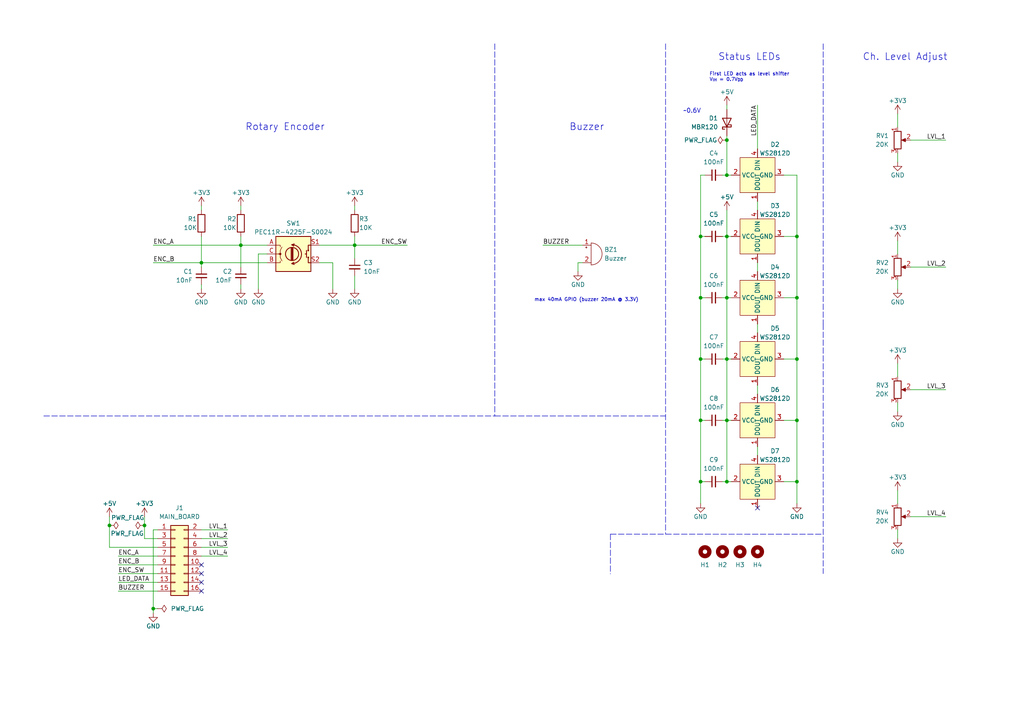
<source format=kicad_sch>
(kicad_sch (version 20211123) (generator eeschema)
  (paper "A4")
  (title_block (title "SW-3240: Front Panel") (date "2022-04-23") (rev "1") (company "saawsm") (comment 4 "Front panel IO for the SW-3240"))
  (lib_symbols
    (symbol "Connector_Generic:Conn_02x08_Odd_Even" (pin_names (offset 1.016) hide)
      (property "Reference" "J" (at 1.27 10.16 0))
      (property "Value" "Conn_02x08_Odd_Even" (at 1.27 -12.7 0))
      (symbol "Conn_02x08_Odd_Even_1_1"
        (rectangle (start -1.27 -10.033) (end 0 -10.287) (stroke (width 0.1524)))
        (rectangle (start -1.27 -7.493) (end 0 -7.747) (stroke (width 0.1524)))
        (rectangle (start -1.27 -4.953) (end 0 -5.207) (stroke (width 0.1524)))
        (rectangle (start -1.27 -2.413) (end 0 -2.667) (stroke (width 0.1524)))
        (rectangle (start -1.27 0.127) (end 0 -0.127) (stroke (width 0.1524)))
        (rectangle (start -1.27 2.667) (end 0 2.413) (stroke (width 0.1524)))
        (rectangle (start -1.27 5.207) (end 0 4.953) (stroke (width 0.1524)))
        (rectangle (start -1.27 7.747) (end 0 7.493) (stroke (width 0.1524)))
        (rectangle (start -1.27 8.89) (end 3.81 -11.43) (stroke (width 0.254)) (fill (type background)))
        (rectangle (start 3.81 -10.033) (end 2.54 -10.287) (stroke (width 0.1524)))
        (rectangle (start 3.81 -7.493) (end 2.54 -7.747) (stroke (width 0.1524)))
        (rectangle (start 3.81 -4.953) (end 2.54 -5.207) (stroke (width 0.1524)))
        (rectangle (start 3.81 -2.413) (end 2.54 -2.667) (stroke (width 0.1524)))
        (rectangle (start 3.81 0.127) (end 2.54 -0.127) (stroke (width 0.1524)))
        (rectangle (start 3.81 2.667) (end 2.54 2.413) (stroke (width 0.1524)))
        (rectangle (start 3.81 5.207) (end 2.54 4.953) (stroke (width 0.1524)))
        (rectangle (start 3.81 7.747) (end 2.54 7.493) (stroke (width 0.1524)))
        (pin passive line (at -5.08 7.62 0) (length 3.81) (name "Pin_1") (number "1"))
        (pin passive line (at 7.62 -2.54 180) (length 3.81) (name "Pin_10") (number "10"))
        (pin passive line (at -5.08 -5.08 0) (length 3.81) (name "Pin_11") (number "11"))
        (pin passive line (at 7.62 -5.08 180) (length 3.81) (name "Pin_12") (number "12"))
        (pin passive line (at -5.08 -7.62 0) (length 3.81) (name "Pin_13") (number "13"))
        (pin passive line (at 7.62 -7.62 180) (length 3.81) (name "Pin_14") (number "14"))
        (pin passive line (at -5.08 -10.16 0) (length 3.81) (name "Pin_15") (number "15"))
        (pin passive line (at 7.62 -10.16 180) (length 3.81) (name "Pin_16") (number "16"))
        (pin passive line (at 7.62 7.62 180) (length 3.81) (name "Pin_2") (number "2"))
        (pin passive line (at -5.08 5.08 0) (length 3.81) (name "Pin_3") (number "3"))
        (pin passive line (at 7.62 5.08 180) (length 3.81) (name "Pin_4") (number "4"))
        (pin passive line (at -5.08 2.54 0) (length 3.81) (name "Pin_5") (number "5"))
        (pin passive line (at 7.62 2.54 180) (length 3.81) (name "Pin_6") (number "6"))
        (pin passive line (at -5.08 0 0) (length 3.81) (name "Pin_7") (number "7"))
        (pin passive line (at 7.62 0 180) (length 3.81) (name "Pin_8") (number "8"))
        (pin passive line (at -5.08 -2.54 0) (length 3.81) (name "Pin_9") (number "9"))
      )
    )
    (symbol "Device:Buzzer" (pin_names (offset 0.0254) hide)
      (property "Reference" "BZ" (at 3.81 1.27 0))
      (property "Value" "Buzzer" (at 3.81 -1.27 0))
      (symbol "Buzzer_0_1"
        (arc (start 0 -3.175) (mid 3.175 0) (end 0 3.175))
        (polyline (pts (xy -1.651 1.905) (xy -1.143 1.905)))
        (polyline (pts (xy -1.397 2.159) (xy -1.397 1.651)))
        (polyline (pts (xy 0 3.175) (xy 0 -3.175)))
      )
      (symbol "Buzzer_1_1"
        (pin passive line (at -2.54 2.54 0) (length 2.54) (name "-") (number "1"))
        (pin passive line (at -2.54 -2.54 0) (length 2.54) (name "+") (number "2"))
      )
    )
    (symbol "Device:C_Small" (pin_numbers hide) (pin_names (offset 0.254) hide)
      (property "Reference" "C" (at 0.254 1.778 0))
      (property "Value" "C_Small" (at 0.254 -2.032 0))
      (symbol "C_Small_0_1"
        (polyline (pts (xy -1.524 -0.508) (xy 1.524 -0.508)) (stroke (width 0.3302)))
        (polyline (pts (xy -1.524 0.508) (xy 1.524 0.508)) (stroke (width 0.3048)))
      )
      (symbol "C_Small_1_1"
        (pin passive line (at 0 2.54 270) (length 2.032) (name "~") (number "1"))
        (pin passive line (at 0 -2.54 90) (length 2.032) (name "~") (number "2"))
      )
    )
    (symbol "Device:D_Schottky" (pin_numbers hide) (pin_names (offset 1.016) hide)
      (property "Reference" "D" (at 0 2.54 0))
      (property "Value" "D_Schottky" (at 0 -2.54 0))
      (symbol "D_Schottky_0_1"
        (polyline (pts (xy 1.27 0) (xy -1.27 0)))
        (polyline (pts (xy 1.27 1.27) (xy 1.27 -1.27) (xy -1.27 0) (xy 1.27 1.27)) (stroke (width 0.254)))
        (polyline (pts (xy -1.905 0.635) (xy -1.905 1.27) (xy -1.27 1.27) (xy -1.27 -1.27) (xy -0.635 -1.27) (xy -0.635 -0.635)) (stroke (width 0.254)))
      )
      (symbol "D_Schottky_1_1"
        (pin passive line (at -3.81 0 0) (length 2.54) (name "K") (number "1"))
        (pin passive line (at 3.81 0 180) (length 2.54) (name "A") (number "2"))
      )
    )
    (symbol "Device:R" (pin_numbers hide) (pin_names (offset 0))
      (property "Reference" "R" (at 2.032 0 90))
      (property "Value" "R" (at 0 0 90))
      (symbol "R_0_1"
        (rectangle (start -1.016 -2.54) (end 1.016 2.54) (stroke (width 0.254)))
      )
      (symbol "R_1_1"
        (pin passive line (at 0 3.81 270) (length 1.27) (name "~") (number "1"))
        (pin passive line (at 0 -3.81 90) (length 1.27) (name "~") (number "2"))
      )
    )
    (symbol "Device:R_Potentiometer" (pin_names (offset 1.016) hide)
      (property "Reference" "RV" (at -4.445 0 90))
      (property "Value" "R_Potentiometer" (at -2.54 0 90))
      (symbol "R_Potentiometer_0_1"
        (polyline (pts (xy 2.54 0) (xy 1.524 0)))
        (polyline (pts (xy 1.143 0) (xy 2.286 0.508) (xy 2.286 -0.508) (xy 1.143 0)) (fill (type outline)))
        (rectangle (start 1.016 2.54) (end -1.016 -2.54) (stroke (width 0.254)))
      )
      (symbol "R_Potentiometer_1_1"
        (pin passive line (at 0 3.81 270) (length 1.27) (name "1") (number "1"))
        (pin passive line (at 3.81 0 180) (length 1.27) (name "2") (number "2"))
        (pin passive line (at 0 -3.81 90) (length 1.27) (name "3") (number "3"))
      )
    )
    (symbol "Device:RotaryEncoder_Switch" (pin_names (offset 0.254) hide)
      (property "Reference" "SW" (at 0 6.604 0))
      (property "Value" "RotaryEncoder_Switch" (at 0 -6.604 0))
      (symbol "RotaryEncoder_Switch_0_1"
        (rectangle (start -5.08 5.08) (end 5.08 -5.08) (stroke (width 0.254)) (fill (type background)))
        (circle (center -3.81 0) (radius 0.254) (fill (type outline)))
        (arc (start -0.381 -2.794) (mid 2.3622 -0.0635) (end -0.381 2.667) (stroke (width 0.254)))
        (circle (center -0.381 0) (radius 1.905) (stroke (width 0.254)))
        (polyline (pts (xy -0.635 -1.778) (xy -0.635 1.778)) (stroke (width 0.254)))
        (polyline (pts (xy -0.381 -1.778) (xy -0.381 1.778)) (stroke (width 0.254)))
        (polyline (pts (xy -0.127 1.778) (xy -0.127 -1.778)) (stroke (width 0.254)))
        (polyline (pts (xy 3.81 0) (xy 3.429 0)) (stroke (width 0.254)))
        (polyline (pts (xy 3.81 1.016) (xy 3.81 -1.016)) (stroke (width 0.254)))
        (polyline (pts (xy -5.08 -2.54) (xy -3.81 -2.54) (xy -3.81 -2.032)))
        (polyline (pts (xy -5.08 2.54) (xy -3.81 2.54) (xy -3.81 2.032)))
        (polyline (pts (xy 0.254 -3.048) (xy -0.508 -2.794) (xy 0.127 -2.413)) (stroke (width 0.254)))
        (polyline (pts (xy 0.254 2.921) (xy -0.508 2.667) (xy 0.127 2.286)) (stroke (width 0.254)))
        (polyline (pts (xy 5.08 -2.54) (xy 4.318 -2.54) (xy 4.318 -1.016)) (stroke (width 0.254)))
        (polyline (pts (xy 5.08 2.54) (xy 4.318 2.54) (xy 4.318 1.016)) (stroke (width 0.254)))
        (polyline (pts (xy -5.08 0) (xy -3.81 0) (xy -3.81 -1.016) (xy -3.302 -2.032)))
        (polyline (pts (xy -4.318 0) (xy -3.81 0) (xy -3.81 1.016) (xy -3.302 2.032)))
        (circle (center 4.318 -1.016) (radius 0.127) (stroke (width 0.254)))
        (circle (center 4.318 1.016) (radius 0.127) (stroke (width 0.254)))
      )
      (symbol "RotaryEncoder_Switch_1_1"
        (pin passive line (at -7.62 2.54 0) (length 2.54) (name "A") (number "A"))
        (pin passive line (at -7.62 -2.54 0) (length 2.54) (name "B") (number "B"))
        (pin passive line (at -7.62 0 0) (length 2.54) (name "C") (number "C"))
        (pin passive line (at 7.62 2.54 180) (length 2.54) (name "S1") (number "S1"))
        (pin passive line (at 7.62 -2.54 180) (length 2.54) (name "S2") (number "S2"))
      )
    )
    (symbol "Mechanical:MountingHole" (pin_names (offset 1.016))
      (property "Reference" "H" (at 0 5.08 0))
      (property "Value" "MountingHole" (at 0 3.175 0))
      (symbol "MountingHole_0_1"
        (circle (center 0 0) (radius 1.27) (stroke (width 1.27)))
      )
    )
    (symbol "SaawLib:WS2812D"
      (property "Reference" "U" (at 2.54 8.89 0))
      (property "Value" "WS2812D" (at 6.35 6.35 0))
      (symbol "WS2812D_0_1"
        (rectangle (start -5.08 5.08) (end 5.08 -5.08) (fill (type background)))
      )
      (symbol "WS2812D_1_1"
        (pin output line (at 0 -7.62 90) (length 2.54) (name "DOUT") (number "1"))
        (pin power_in line (at -7.62 0 0) (length 2.54) (name "VCC") (number "2"))
        (pin power_in line (at 7.62 0 180) (length 2.54) (name "GND") (number "3"))
        (pin input line (at 0 7.62 270) (length 2.54) (name "DIN") (number "4"))
      )
    )
    (symbol "power:+3.3V" (power) (pin_names (offset 0))
      (property "Value" "+3.3V" (at 0 3.556 0))
      (symbol "+3.3V_0_1"
        (polyline (pts (xy -0.762 1.27) (xy 0 2.54)))
        (polyline (pts (xy 0 0) (xy 0 2.54)))
        (polyline (pts (xy 0 2.54) (xy 0.762 1.27)))
      )
      (symbol "+3.3V_1_1"
        (pin power_in line (at 0 0 90) (length 0) hide (name "+3V3") (number "1"))
      )
    )
    (symbol "power:+5V" (power) (pin_names (offset 0))
      (property "Value" "+5V" (at 0 3.556 0))
      (symbol "+5V_0_1"
        (polyline (pts (xy -0.762 1.27) (xy 0 2.54)))
        (polyline (pts (xy 0 0) (xy 0 2.54)))
        (polyline (pts (xy 0 2.54) (xy 0.762 1.27)))
      )
      (symbol "+5V_1_1"
        (pin power_in line (at 0 0 90) (length 0) hide (name "+5V") (number "1"))
      )
    )
    (symbol "power:GND" (power) (pin_names (offset 0))
      (property "Value" "GND" (at 0 -3.81 0))
      (symbol "GND_0_1"
        (polyline (pts (xy 0 0) (xy 0 -1.27) (xy 1.27 -1.27) (xy 0 -2.54) (xy -1.27 -1.27) (xy 0 -1.27)))
      )
      (symbol "GND_1_1"
        (pin power_in line (at 0 0 270) (length 0) hide (name "GND") (number "1"))
      )
    )
    (symbol "power:PWR_FLAG" (power) (pin_numbers hide) (pin_names (offset 0) hide)
      (property "Value" "PWR_FLAG" (at 0 3.81 0))
      (symbol "PWR_FLAG_0_0"
        (pin power_out line (at 0 0 90) (length 0) (name "pwr") (number "1"))
      )
      (symbol "PWR_FLAG_0_1"
        (polyline (pts (xy 0 0) (xy 0 1.27) (xy -1.016 1.905) (xy 0 2.54) (xy 1.016 1.905) (xy 0 1.27)))
      )
    )
  )
  (junction (at 231.14 86.36))
  (junction (at 210.82 104.14))
  (junction (at 231.14 121.92))
  (junction (at 210.82 139.7))
  (junction (at 210.82 121.92))
  (junction (at 203.2 68.58))
  (junction (at 203.2 86.36))
  (junction (at 44.45 176.53))
  (junction (at 231.14 104.14))
  (junction (at 69.85 71.12))
  (junction (at 41.91 152.4))
  (junction (at 231.14 68.58))
  (junction (at 231.14 139.7))
  (junction (at 203.2 104.14))
  (junction (at 31.75 152.4))
  (junction (at 210.82 50.8))
  (junction (at 203.2 121.92))
  (junction (at 210.82 40.64))
  (junction (at 210.82 68.58))
  (junction (at 203.2 139.7))
  (junction (at 102.87 71.12))
  (junction (at 210.82 86.36))
  (junction (at 58.42 76.2))
  (no_connect (at 58.42 163.83))
  (no_connect (at 58.42 168.91))
  (no_connect (at 58.42 166.37))
  (no_connect (at 219.71 147.32))
  (no_connect (at 58.42 171.45))
  (wire (pts (xy 69.85 71.12) (xy 77.47 71.12)))
  (wire (pts (xy 210.82 30.48) (xy 210.82 31.75)))
  (wire (pts (xy 210.82 121.92) (xy 212.09 121.92)))
  (wire (pts (xy 260.35 153.67) (xy 260.35 156.21)))
  (wire (pts (xy 210.82 50.8) (xy 212.09 50.8)))
  (wire (pts (xy 219.71 93.98) (xy 219.71 96.52)))
  (wire (pts (xy 58.42 59.69) (xy 58.42 60.96)))
  (wire (pts (xy 260.35 142.24) (xy 260.35 146.05)))
  (wire (pts (xy 157.48 71.12) (xy 168.91 71.12)))
  (wire (pts (xy 264.16 40.64) (xy 274.32 40.64)))
  (wire (pts (xy 58.42 76.2) (xy 58.42 77.47)))
  (wire (pts (xy 227.33 86.36) (xy 231.14 86.36)))
  (wire (pts (xy 58.42 156.21) (xy 66.04 156.21)))
  (wire (pts (xy 210.82 68.58) (xy 210.82 86.36)))
  (wire (pts (xy 34.29 163.83) (xy 45.72 163.83)))
  (wire (pts (xy 204.47 50.8) (xy 203.2 50.8)))
  (wire (pts (xy 260.35 44.45) (xy 260.35 46.99)))
  (wire (pts (xy 212.09 139.7) (xy 210.82 139.7)))
  (wire (pts (xy 264.16 113.03) (xy 274.32 113.03)))
  (polyline (pts (xy 12.7 120.65) (xy 143.51 120.65)))
  (wire (pts (xy 31.75 152.4) (xy 31.75 149.86)))
  (wire (pts (xy 209.55 86.36) (xy 210.82 86.36)))
  (wire (pts (xy 231.14 86.36) (xy 231.14 104.14)))
  (wire (pts (xy 203.2 121.92) (xy 203.2 139.7)))
  (wire (pts (xy 58.42 68.58) (xy 58.42 76.2)))
  (wire (pts (xy 34.29 168.91) (xy 45.72 168.91)))
  (wire (pts (xy 58.42 158.75) (xy 66.04 158.75)))
  (wire (pts (xy 231.14 104.14) (xy 227.33 104.14)))
  (wire (pts (xy 260.35 105.41) (xy 260.35 109.22)))
  (wire (pts (xy 231.14 104.14) (xy 231.14 121.92)))
  (wire (pts (xy 102.87 74.93) (xy 102.87 71.12)))
  (wire (pts (xy 203.2 104.14) (xy 204.47 104.14)))
  (wire (pts (xy 260.35 69.85) (xy 260.35 73.66)))
  (wire (pts (xy 69.85 82.55) (xy 69.85 83.82)))
  (wire (pts (xy 44.45 76.2) (xy 58.42 76.2)))
  (wire (pts (xy 203.2 121.92) (xy 204.47 121.92)))
  (wire (pts (xy 44.45 71.12) (xy 69.85 71.12)))
  (wire (pts (xy 102.87 68.58) (xy 102.87 71.12)))
  (polyline (pts (xy 143.51 120.65) (xy 193.04 120.65)))
  (wire (pts (xy 34.29 166.37) (xy 45.72 166.37)))
  (wire (pts (xy 210.82 104.14) (xy 210.82 121.92)))
  (wire (pts (xy 210.82 39.37) (xy 210.82 40.64)))
  (wire (pts (xy 102.87 59.69) (xy 102.87 60.96)))
  (wire (pts (xy 203.2 50.8) (xy 203.2 68.58)))
  (wire (pts (xy 209.55 121.92) (xy 210.82 121.92)))
  (wire (pts (xy 227.33 139.7) (xy 231.14 139.7)))
  (wire (pts (xy 219.71 58.42) (xy 219.71 60.96)))
  (wire (pts (xy 34.29 171.45) (xy 45.72 171.45)))
  (wire (pts (xy 44.45 176.53) (xy 44.45 177.8)))
  (wire (pts (xy 58.42 76.2) (xy 77.47 76.2)))
  (wire (pts (xy 210.82 104.14) (xy 212.09 104.14)))
  (wire (pts (xy 219.71 111.76) (xy 219.71 114.3)))
  (polyline (pts (xy 177.0557 154.9295) (xy 238.76 154.94)))
  (wire (pts (xy 69.85 68.58) (xy 69.85 71.12)))
  (wire (pts (xy 58.42 82.55) (xy 58.42 83.82)))
  (wire (pts (xy 69.85 59.69) (xy 69.85 60.96)))
  (wire (pts (xy 58.42 153.67) (xy 66.04 153.67)))
  (wire (pts (xy 74.93 73.66) (xy 74.93 83.82)))
  (wire (pts (xy 203.2 104.14) (xy 203.2 121.92)))
  (wire (pts (xy 92.71 71.12) (xy 102.87 71.12)))
  (wire (pts (xy 209.55 68.58) (xy 210.82 68.58)))
  (wire (pts (xy 260.35 33.02) (xy 260.35 36.83)))
  (wire (pts (xy 41.91 156.21) (xy 45.72 156.21)))
  (wire (pts (xy 102.87 80.01) (xy 102.87 83.82)))
  (wire (pts (xy 34.29 161.29) (xy 45.72 161.29)))
  (wire (pts (xy 219.71 30.48) (xy 219.71 43.18)))
  (wire (pts (xy 102.87 71.12) (xy 118.11 71.12)))
  (wire (pts (xy 260.35 81.28) (xy 260.35 83.82)))
  (wire (pts (xy 210.82 40.64) (xy 210.82 50.8)))
  (wire (pts (xy 210.82 139.7) (xy 210.82 121.92)))
  (wire (pts (xy 212.09 86.36) (xy 210.82 86.36)))
  (wire (pts (xy 44.45 153.67) (xy 45.72 153.67)))
  (wire (pts (xy 209.55 139.7) (xy 210.82 139.7)))
  (wire (pts (xy 167.64 76.2) (xy 168.91 76.2)))
  (wire (pts (xy 231.14 50.8) (xy 231.14 68.58)))
  (wire (pts (xy 231.14 139.7) (xy 231.14 146.05)))
  (wire (pts (xy 45.72 158.75) (xy 31.75 158.75)))
  (wire (pts (xy 209.55 104.14) (xy 210.82 104.14)))
  (wire (pts (xy 31.75 158.75) (xy 31.75 152.4)))
  (wire (pts (xy 219.71 129.54) (xy 219.71 132.08)))
  (wire (pts (xy 203.2 68.58) (xy 204.47 68.58)))
  (wire (pts (xy 210.82 86.36) (xy 210.82 104.14)))
  (polyline (pts (xy 238.76 93.98) (xy 238.76 166.37)))
  (wire (pts (xy 41.91 152.4) (xy 41.91 156.21)))
  (wire (pts (xy 77.47 73.66) (xy 74.93 73.66)))
  (wire (pts (xy 210.82 68.58) (xy 212.09 68.58)))
  (wire (pts (xy 210.82 60.96) (xy 210.82 68.58)))
  (wire (pts (xy 264.16 149.86) (xy 274.32 149.86)))
  (wire (pts (xy 203.2 139.7) (xy 203.2 146.05)))
  (wire (pts (xy 219.71 76.2) (xy 219.71 78.74)))
  (polyline (pts (xy 143.51 12.7) (xy 143.51 120.65)))
  (wire (pts (xy 231.14 139.7) (xy 231.14 121.92)))
  (wire (pts (xy 203.2 68.58) (xy 203.2 86.36)))
  (wire (pts (xy 260.35 116.84) (xy 260.35 119.38)))
  (wire (pts (xy 69.85 77.47) (xy 69.85 71.12)))
  (wire (pts (xy 41.91 149.86) (xy 41.91 152.4)))
  (wire (pts (xy 45.72 176.53) (xy 44.45 176.53)))
  (wire (pts (xy 167.64 76.2) (xy 167.64 78.74)))
  (wire (pts (xy 209.55 50.8) (xy 210.82 50.8)))
  (wire (pts (xy 44.45 153.67) (xy 44.45 176.53)))
  (wire (pts (xy 231.14 68.58) (xy 231.14 86.36)))
  (wire (pts (xy 58.42 161.29) (xy 66.04 161.29)))
  (wire (pts (xy 203.2 86.36) (xy 203.2 104.14)))
  (polyline (pts (xy 238.76 12.7) (xy 238.76 93.98)))
  (wire (pts (xy 203.2 139.7) (xy 204.47 139.7)))
  (wire (pts (xy 96.52 83.82) (xy 96.52 76.2)))
  (wire (pts (xy 231.14 68.58) (xy 227.33 68.58)))
  (polyline (pts (xy 193.04 12.7) (xy 193.04 154.94)))
  (polyline (pts (xy 177.0557 154.9295) (xy 177.0504 166.4636)))
  (wire (pts (xy 231.14 121.92) (xy 227.33 121.92)))
  (wire (pts (xy 203.2 86.36) (xy 204.47 86.36)))
  (wire (pts (xy 96.52 76.2) (xy 92.71 76.2)))
  (wire (pts (xy 227.33 50.8) (xy 231.14 50.8)))
  (wire (pts (xy 264.16 77.47) (xy 274.32 77.47)))
  (text "Status LEDs" (at 208.28 17.78 0) (effects (font (size 2 2)) (justify left bottom)))
  (text "~0.6V" (at 198.12 33.02 0) (effects (font (size 1.27 1.27)) (justify left bottom)))
  (text "Rotary Encoder" (at 71.12 38.1 0) (effects (font (size 2 2)) (justify left bottom)))
  (text "Ch. Level Adjust" (at 250.19 17.78 0) (effects (font (size 2 2)) (justify left bottom)))
  (text "Buzzer" (at 165.1 38.1 0) (effects (font (size 2 2)) (justify left bottom)))
  (text "First LED acts as level shifter\nV_{IH} = 0.7V_{DD}\n\n" (at 205.74 25.4 0) (effects (font (size 1 1)) (justify left bottom)))
  (text "max 40mA GPIO (buzzer 20mA @ 3.3V)" (at 154.94 87.63 0) (effects (font (size 1 1)) (justify left bottom)))
  (label "ENC_A" (at 44.45 71.12 0))
  (label "ENC_SW" (at 118.11 71.12 180))
  (label "LVL_2" (at 66.04 156.21 180))
  (label "ENC_B" (at 34.29 163.83 0))
  (label "LVL_4" (at 66.04 161.29 180))
  (label "LED_DATA" (at 34.29 168.91 0))
  (label "LVL_4" (at 274.32 149.86 180))
  (label "LVL_2" (at 274.32 77.47 180))
  (label "BUZZER" (at 157.48 71.12 0))
  (label "ENC_SW" (at 34.29 166.37 0))
  (label "LVL_1" (at 274.32 40.64 180))
  (label "BUZZER" (at 34.29 171.45 0))
  (label "LVL_3" (at 66.04 158.75 180))
  (label "ENC_B" (at 44.45 76.2 0))
  (label "LVL_3" (at 274.32 113.03 180))
  (label "LVL_1" (at 66.04 153.67 180))
  (label "LED_DATA" (at 219.71 30.48 270))
  (label "ENC_A" (at 34.29 161.29 0))
  (symbol (lib_id "power:GND") (at 203.2 146.05 0) (unit 1)
    (property "Reference" "#PWR013" (effects hide))
    (property "Value" "GND" (at 203.2 149.86 0))
  )
  (symbol (lib_id "Device:C_Small") (at 207.01 50.8 90) (unit 1)
    (property "Reference" "C4" (at 207.0163 44.45 90))
    (property "Value" "100nF" (at 207.0163 46.99 90))
    (property "Footprint" "Capacitor_SMD:C_0603_1608Metric" (effects hide))
    (property "LCSC" "C1591" (effects hide))
    (property "MOUSER" "187-CL10B104KB8NNNC" (effects hide))
    (property "MPN" "CL10B104KB8NNNC" (effects hide))
  )
  (symbol (lib_id "power:GND") (at 102.87 83.82 0) (unit 1)
    (property "Reference" "#PWR011" (effects hide))
    (property "Value" "GND" (at 102.87 87.63 0))
  )
  (symbol (lib_id "power:+5V") (at 210.82 60.96 0) (unit 1)
    (property "Reference" "#PWR015" (effects hide))
    (property "Value" "+5V" (at 210.82 57.15 0))
  )
  (symbol (lib_id "power:GND") (at 260.35 46.99 0) (unit 1)
    (property "Reference" "#PWR018" (effects hide))
    (property "Value" "GND" (at 260.35 50.8 0))
  )
  (symbol (lib_id "power:GND") (at 74.93 83.82 0) (unit 1)
    (property "Reference" "#PWR08" (effects hide))
    (property "Value" "GND" (at 74.93 87.63 0))
  )
  (symbol (lib_id "power:GND") (at 167.64 78.74 0) (unit 1)
    (property "Reference" "#PWR012" (effects hide))
    (property "Value" "GND" (at 167.64 82.55 0))
  )
  (symbol (lib_id "SaawLib:WS2812D") (at 219.71 121.92 0) (unit 1)
    (property "Reference" "D6" (at 224.79 113.03 0))
    (property "Value" "WS2812D" (at 224.79 115.57 0))
    (property "Footprint" "SaawLib:WS2812D-F5" (effects hide))
    (property "MPN" "WS2812D-F5" (effects hide))
    (property "LCSC" "C190565" (effects hide))
  )
  (symbol (lib_id "power:+3.3V") (at 41.91 149.86 0) (unit 1)
    (property "Reference" "#PWR02" (effects hide))
    (property "Value" "+3.3V" (at 41.91 146.05 0))
  )
  (symbol (lib_id "Device:R_Potentiometer") (at 260.35 149.86 0) (unit 1)
    (property "Reference" "RV4" (at 257.81 148.5899 0) (effects (justify right)))
    (property "Value" "20K" (at 257.81 151.1299 0) (effects (justify right)))
    (property "Footprint" "Potentiometer_THT:Potentiometer_Bourns_PTV09A-1_Single_Vertical" (effects hide))
    (property "MPN" "PTV09A-40xxS-A203" (effects hide))
  )
  (symbol (lib_id "power:+3.3V") (at 260.35 142.24 0) (unit 1)
    (property "Reference" "#PWR023" (effects hide))
    (property "Value" "+3.3V" (at 260.35 138.43 0))
  )
  (symbol (lib_id "power:GND") (at 58.42 83.82 0) (unit 1)
    (property "Reference" "#PWR05" (effects hide))
    (property "Value" "GND" (at 58.42 87.63 0))
  )
  (symbol (lib_id "power:+3.3V") (at 102.87 59.69 0) (unit 1)
    (property "Reference" "#PWR010" (effects hide))
    (property "Value" "+3.3V" (at 102.87 55.88 0))
  )
  (symbol (lib_id "power:+3.3V") (at 69.85 59.69 0) (unit 1)
    (property "Reference" "#PWR06" (effects hide))
    (property "Value" "+3.3V" (at 69.85 55.88 0))
  )
  (symbol (lib_id "Connector_Generic:Conn_02x08_Odd_Even") (at 50.8 161.29 0) (unit 1)
    (property "Reference" "J1" (at 52.07 147.32 0))
    (property "Value" "MAIN_BOARD" (at 52.07 149.86 0))
    (property "Footprint" "Connector_PinHeader_2.54mm:PinHeader_2x08_P2.54mm_Vertical" (effects hide))
  )
  (symbol (lib_id "Mechanical:MountingHole") (at 209.55 160.02 0) (unit 1) (in_bom no)
    (property "Reference" "H2" (at 209.55 163.83 0))
    (property "Value" "MountingHole" (effects hide))
    (property "Footprint" "MountingHole:MountingHole_2.2mm_M2" (effects hide))
  )
  (symbol (lib_id "power:GND") (at 260.35 156.21 0) (unit 1)
    (property "Reference" "#PWR024" (effects hide))
    (property "Value" "GND" (at 260.35 160.02 0))
  )
  (symbol (lib_id "Mechanical:MountingHole") (at 204.47 160.02 0) (unit 1) (in_bom no)
    (property "Reference" "H1" (at 204.47 163.83 0))
    (property "Value" "MountingHole" (effects hide))
    (property "Footprint" "MountingHole:MountingHole_2.2mm_M2" (effects hide))
  )
  (symbol (lib_id "power:PWR_FLAG") (at 45.72 176.53 270) (unit 1)
    (property "Reference" "#FLG03" (effects hide))
    (property "Value" "PWR_FLAG" (at 49.53 176.53 90) (effects (justify left)))
  )
  (symbol (lib_id "Device:R") (at 102.87 64.77 0) (mirror y) (unit 1)
    (property "Reference" "R3" (at 104.14 63.5 0) (effects (justify right)))
    (property "Value" "10K" (at 104.14 66.04 0) (effects (justify right)))
    (property "Footprint" "Resistor_SMD:R_0603_1608Metric" (effects hide))
    (property "LCSC" "C98220" (effects hide))
    (property "MOUSER" "603-RC0603FR-0710KL" (effects hide))
    (property "MPN" "RC0603FR-0710KL" (effects hide))
  )
  (symbol (lib_id "power:GND") (at 44.45 177.8 0) (unit 1)
    (property "Reference" "#PWR03" (effects hide))
    (property "Value" "GND" (at 44.45 181.61 0))
  )
  (symbol (lib_id "power:+3.3V") (at 58.42 59.69 0) (unit 1)
    (property "Reference" "#PWR04" (effects hide))
    (property "Value" "+3.3V" (at 58.42 55.88 0))
  )
  (symbol (lib_id "power:+5V") (at 210.82 30.48 0) (unit 1)
    (property "Reference" "#PWR014" (effects hide))
    (property "Value" "+5V" (at 210.82 26.67 0))
  )
  (symbol (lib_id "power:PWR_FLAG") (at 31.75 152.4 270) (unit 1)
    (property "Reference" "#FLG01" (effects hide))
    (property "Value" "PWR_FLAG" (at 32.0762 154.7344 90) (effects (justify left)))
  )
  (symbol (lib_id "power:+3.3V") (at 260.35 33.02 0) (unit 1)
    (property "Reference" "#PWR017" (effects hide))
    (property "Value" "+3.3V" (at 260.35 29.21 0))
  )
  (symbol (lib_id "SaawLib:WS2812D") (at 219.71 104.14 0) (unit 1)
    (property "Reference" "D5" (at 224.79 95.25 0))
    (property "Value" "WS2812D" (at 224.79 97.79 0))
    (property "Footprint" "SaawLib:WS2812D-F5" (effects hide))
    (property "MPN" "WS2812D-F5" (effects hide))
    (property "LCSC" "C190565" (effects hide))
  )
  (symbol (lib_id "SaawLib:WS2812D") (at 219.71 68.58 0) (unit 1)
    (property "Reference" "D3" (at 224.79 59.69 0))
    (property "Value" "WS2812D" (at 224.79 62.23 0))
    (property "Footprint" "SaawLib:WS2812D-F5" (effects hide))
    (property "MPN" "WS2812D-F5" (effects hide))
    (property "LCSC" "C190565" (effects hide))
  )
  (symbol (lib_id "power:GND") (at 69.85 83.82 0) (unit 1)
    (property "Reference" "#PWR07" (effects hide))
    (property "Value" "GND" (at 69.85 87.63 0))
  )
  (symbol (lib_id "Mechanical:MountingHole") (at 214.63 160.02 0) (unit 1) (in_bom no)
    (property "Reference" "H3" (at 214.63 163.83 0))
    (property "Value" "MountingHole" (effects hide))
    (property "Footprint" "MountingHole:MountingHole_2.2mm_M2" (effects hide))
  )
  (symbol (lib_id "Device:Buzzer") (at 171.45 73.66 0) (unit 1)
    (property "Reference" "BZ1" (at 175.26 72.3899 0) (effects (justify left)))
    (property "Value" "Buzzer" (at 175.26 74.93 0) (effects (justify left)))
    (property "Footprint" "Buzzer_Beeper:Buzzer_12x9.5RM7.6" (effects hide))
    (property "MOUSER" "497-IE122303-1" (effects hide))
    (property "MPN" "IE122303-1" (effects hide))
  )
  (symbol (lib_id "Device:C_Small") (at 58.42 80.01 0) (mirror y) (unit 1)
    (property "Reference" "C1" (at 55.88 78.7462 0) (effects (justify left)))
    (property "Value" "10nF" (at 55.88 81.2862 0) (effects (justify left)))
    (property "Footprint" "Capacitor_SMD:C_0603_1608Metric" (effects hide))
    (property "LCSC" "C1589" (effects hide))
    (property "MOUSER" "187-CL10B103KB8NNNC" (effects hide))
    (property "MPN" "CL10B103KB8NNNC" (effects hide))
  )
  (symbol (lib_id "power:PWR_FLAG") (at 210.82 40.64 90) (unit 1)
    (property "Reference" "#FLG04" (effects hide))
    (property "Value" "PWR_FLAG" (at 203.2 40.64 90))
  )
  (symbol (lib_id "Mechanical:MountingHole") (at 219.71 160.02 0) (unit 1) (in_bom no)
    (property "Reference" "H4" (at 219.71 163.83 0))
    (property "Value" "MountingHole" (effects hide))
    (property "Footprint" "MountingHole:MountingHole_2.2mm_M2" (effects hide))
  )
  (symbol (lib_id "Device:C_Small") (at 207.01 68.58 90) (unit 1)
    (property "Reference" "C5" (at 207.0163 62.23 90))
    (property "Value" "100nF" (at 207.0163 64.77 90))
    (property "Footprint" "Capacitor_SMD:C_0603_1608Metric" (effects hide))
    (property "LCSC" "C1591" (effects hide))
    (property "MOUSER" "187-CL10B104KB8NNNC" (effects hide))
    (property "MPN" "CL10B104KB8NNNC" (effects hide))
  )
  (symbol (lib_id "Device:RotaryEncoder_Switch") (at 85.09 73.66 0) (unit 1)
    (property "Reference" "SW1" (at 85.09 64.77 0))
    (property "Value" "PEC11R-4225F-S0024" (at 85.09 67.31 0))
    (property "Footprint" "SaawLib:Rotary_Encoder_Switched_PEC11R" (effects hide))
    (property "MPN" "PEC11R-42xxK-S0024" (effects hide))
  )
  (symbol (lib_id "Device:D_Schottky") (at 210.82 35.56 90) (unit 1)
    (property "Reference" "D1" (at 208.28 34.2899 90) (effects (justify left)))
    (property "Value" "MBR120" (at 208.28 36.8299 90) (effects (justify left)))
    (property "Footprint" "Diode_SMD:D_SOD-123F" (effects hide))
    (property "MPN" "MBR120ESFT1G" (effects hide))
    (property "MOUSER" "863-MBR120ESFT1G" (effects hide))
    (property "LCSC" "C236132" (effects hide))
  )
  (symbol (lib_id "Device:C_Small") (at 207.01 86.36 90) (unit 1)
    (property "Reference" "C6" (at 207.0163 80.01 90))
    (property "Value" "100nF" (at 207.0163 82.55 90))
    (property "Footprint" "Capacitor_SMD:C_0603_1608Metric" (effects hide))
    (property "LCSC" "C1591" (effects hide))
    (property "MOUSER" "187-CL10B104KB8NNNC" (effects hide))
    (property "MPN" "CL10B104KB8NNNC" (effects hide))
  )
  (symbol (lib_id "power:GND") (at 260.35 119.38 0) (unit 1)
    (property "Reference" "#PWR022" (effects hide))
    (property "Value" "GND" (at 260.35 123.19 0))
  )
  (symbol (lib_id "SaawLib:WS2812D") (at 219.71 86.36 0) (unit 1)
    (property "Reference" "D4" (at 224.79 77.47 0))
    (property "Value" "WS2812D" (at 224.79 80.01 0))
    (property "Footprint" "SaawLib:WS2812D-F5" (effects hide))
    (property "MPN" "WS2812D-F5" (effects hide))
    (property "LCSC" "C190565" (effects hide))
  )
  (symbol (lib_id "power:+3.3V") (at 260.35 105.41 0) (unit 1)
    (property "Reference" "#PWR021" (effects hide))
    (property "Value" "+3.3V" (at 260.35 101.6 0))
  )
  (symbol (lib_id "SaawLib:WS2812D") (at 219.71 50.8 0) (unit 1)
    (property "Reference" "D2" (at 224.79 41.91 0))
    (property "Value" "WS2812D" (at 224.79 44.45 0))
    (property "Footprint" "SaawLib:WS2812D-F5" (effects hide))
    (property "MPN" "WS2812D-F5" (effects hide))
    (property "LCSC" "C190565" (effects hide))
  )
  (symbol (lib_id "power:GND") (at 96.52 83.82 0) (unit 1)
    (property "Reference" "#PWR09" (effects hide))
    (property "Value" "GND" (at 96.52 87.63 0))
  )
  (symbol (lib_id "power:+5V") (at 31.75 149.86 0) (mirror y) (unit 1)
    (property "Reference" "#PWR01" (effects hide))
    (property "Value" "+5V" (at 31.75 146.05 0))
  )
  (symbol (lib_id "Device:R_Potentiometer") (at 260.35 40.64 0) (unit 1)
    (property "Reference" "RV1" (at 257.81 39.3699 0) (effects (justify right)))
    (property "Value" "20K" (at 257.81 41.9099 0) (effects (justify right)))
    (property "Footprint" "Potentiometer_THT:Potentiometer_Bourns_PTV09A-1_Single_Vertical" (effects hide))
    (property "MPN" "PTV09A-40xxS-A203" (effects hide))
  )
  (symbol (lib_id "Device:C_Small") (at 207.01 139.7 90) (unit 1)
    (property "Reference" "C9" (at 207.0163 133.35 90))
    (property "Value" "100nF" (at 207.0163 135.89 90))
    (property "Footprint" "Capacitor_SMD:C_0603_1608Metric" (effects hide))
    (property "LCSC" "C1591" (effects hide))
    (property "MOUSER" "187-CL10B104KB8NNNC" (effects hide))
    (property "MPN" "CL10B104KB8NNNC" (effects hide))
  )
  (symbol (lib_id "SaawLib:WS2812D") (at 219.71 139.7 0) (unit 1)
    (property "Reference" "D7" (at 224.79 130.81 0))
    (property "Value" "WS2812D" (at 224.79 133.35 0))
    (property "Footprint" "SaawLib:WS2812D-F5" (effects hide))
    (property "MPN" "WS2812D-F5" (effects hide))
    (property "LCSC" "C190565" (effects hide))
  )
  (symbol (lib_id "Device:R_Potentiometer") (at 260.35 77.47 0) (unit 1)
    (property "Reference" "RV2" (at 257.81 76.1999 0) (effects (justify right)))
    (property "Value" "20K" (at 257.81 78.7399 0) (effects (justify right)))
    (property "Footprint" "Potentiometer_THT:Potentiometer_Bourns_PTV09A-1_Single_Vertical" (effects hide))
    (property "MPN" "PTV09A-40xxS-A203" (effects hide))
  )
  (symbol (lib_id "Device:R") (at 58.42 64.77 0) (mirror y) (unit 1)
    (property "Reference" "R1" (at 57.15 63.5 0) (effects (justify left)))
    (property "Value" "10K" (at 57.15 66.04 0) (effects (justify left)))
    (property "Footprint" "Resistor_SMD:R_0603_1608Metric" (effects hide))
    (property "LCSC" "C98220" (effects hide))
    (property "MOUSER" "603-RC0603FR-0710KL" (effects hide))
    (property "MPN" "RC0603FR-0710KL" (effects hide))
  )
  (symbol (lib_id "Device:R") (at 69.85 64.77 0) (mirror y) (unit 1)
    (property "Reference" "R2" (at 68.58 63.5 0) (effects (justify left)))
    (property "Value" "10K" (at 68.58 66.04 0) (effects (justify left)))
    (property "Footprint" "Resistor_SMD:R_0603_1608Metric" (effects hide))
    (property "LCSC" "C98220" (effects hide))
    (property "MOUSER" "603-RC0603FR-0710KL" (effects hide))
    (property "MPN" "RC0603FR-0710KL" (effects hide))
  )
  (symbol (lib_id "power:GND") (at 260.35 83.82 0) (unit 1)
    (property "Reference" "#PWR020" (effects hide))
    (property "Value" "GND" (at 260.35 87.63 0))
  )
  (symbol (lib_id "Device:C_Small") (at 207.01 121.92 90) (unit 1)
    (property "Reference" "C8" (at 207.0163 115.57 90))
    (property "Value" "100nF" (at 207.0163 118.11 90))
    (property "Footprint" "Capacitor_SMD:C_0603_1608Metric" (effects hide))
    (property "LCSC" "C1591" (effects hide))
    (property "MOUSER" "187-CL10B104KB8NNNC" (effects hide))
    (property "MPN" "CL10B104KB8NNNC" (effects hide))
  )
  (symbol (lib_id "Device:R_Potentiometer") (at 260.35 113.03 0) (unit 1)
    (property "Reference" "RV3" (at 257.81 111.7599 0) (effects (justify right)))
    (property "Value" "20K" (at 257.81 114.2999 0) (effects (justify right)))
    (property "Footprint" "Potentiometer_THT:Potentiometer_Bourns_PTV09A-1_Single_Vertical" (effects hide))
    (property "MPN" "PTV09A-40xxS-A203" (effects hide))
  )
  (symbol (lib_id "power:PWR_FLAG") (at 41.91 152.4 90) (unit 1)
    (property "Reference" "#FLG02" (effects hide))
    (property "Value" "PWR_FLAG" (at 37.065 150.1672 90))
  )
  (symbol (lib_id "power:+3.3V") (at 260.35 69.85 0) (unit 1)
    (property "Reference" "#PWR019" (effects hide))
    (property "Value" "+3.3V" (at 260.35 66.04 0))
  )
  (symbol (lib_id "power:GND") (at 231.14 146.05 0) (unit 1)
    (property "Reference" "#PWR016" (effects hide))
    (property "Value" "GND" (at 231.14 149.86 0))
  )
  (symbol (lib_id "Device:C_Small") (at 102.87 77.47 0) (mirror y) (unit 1)
    (property "Reference" "C3" (at 105.41 76.2062 0) (effects (justify right)))
    (property "Value" "10nF" (at 105.41 78.7462 0) (effects (justify right)))
    (property "Footprint" "Capacitor_SMD:C_0603_1608Metric" (effects hide))
    (property "LCSC" "C1589" (effects hide))
    (property "MOUSER" "187-CL10B103KB8NNNC" (effects hide))
    (property "MPN" "CL10B103KB8NNNC" (effects hide))
  )
  (symbol (lib_id "Device:C_Small") (at 69.85 80.01 0) (mirror y) (unit 1)
    (property "Reference" "C2" (at 67.31 78.7462 0) (effects (justify left)))
    (property "Value" "10nF" (at 67.31 81.2862 0) (effects (justify left)))
    (property "Footprint" "Capacitor_SMD:C_0603_1608Metric" (effects hide))
    (property "LCSC" "C1589" (effects hide))
    (property "MOUSER" "187-CL10B103KB8NNNC" (effects hide))
    (property "MPN" "CL10B103KB8NNNC" (effects hide))
  )
  (symbol (lib_id "Device:C_Small") (at 207.01 104.14 90) (unit 1)
    (property "Reference" "C7" (at 207.0163 97.79 90))
    (property "Value" "100nF" (at 207.0163 100.33 90))
    (property "Footprint" "Capacitor_SMD:C_0603_1608Metric" (effects hide))
    (property "LCSC" "C1591" (effects hide))
    (property "MOUSER" "187-CL10B104KB8NNNC" (effects hide))
    (property "MPN" "CL10B104KB8NNNC" (effects hide))
  )
)
</source>
